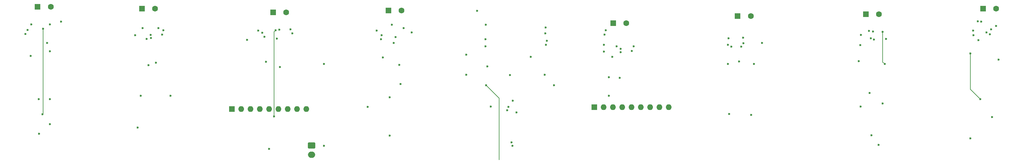
<source format=gbr>
%TF.GenerationSoftware,KiCad,Pcbnew,8.0.8*%
%TF.CreationDate,2025-05-04T20:59:54-05:00*%
%TF.ProjectId,Feedback_sleeve,46656564-6261-4636-9b5f-736c65657665,rev?*%
%TF.SameCoordinates,Original*%
%TF.FileFunction,Copper,L14,Inr*%
%TF.FilePolarity,Positive*%
%FSLAX46Y46*%
G04 Gerber Fmt 4.6, Leading zero omitted, Abs format (unit mm)*
G04 Created by KiCad (PCBNEW 8.0.8) date 2025-05-04 20:59:54*
%MOMM*%
%LPD*%
G01*
G04 APERTURE LIST*
G04 Aperture macros list*
%AMRoundRect*
0 Rectangle with rounded corners*
0 $1 Rounding radius*
0 $2 $3 $4 $5 $6 $7 $8 $9 X,Y pos of 4 corners*
0 Add a 4 corners polygon primitive as box body*
4,1,4,$2,$3,$4,$5,$6,$7,$8,$9,$2,$3,0*
0 Add four circle primitives for the rounded corners*
1,1,$1+$1,$2,$3*
1,1,$1+$1,$4,$5*
1,1,$1+$1,$6,$7*
1,1,$1+$1,$8,$9*
0 Add four rect primitives between the rounded corners*
20,1,$1+$1,$2,$3,$4,$5,0*
20,1,$1+$1,$4,$5,$6,$7,0*
20,1,$1+$1,$6,$7,$8,$9,0*
20,1,$1+$1,$8,$9,$2,$3,0*%
G04 Aperture macros list end*
%TA.AperFunction,ComponentPad*%
%ADD10RoundRect,0.250000X-0.550000X-0.550000X0.550000X-0.550000X0.550000X0.550000X-0.550000X0.550000X0*%
%TD*%
%TA.AperFunction,ComponentPad*%
%ADD11C,1.600000*%
%TD*%
%TA.AperFunction,ComponentPad*%
%ADD12R,1.600000X1.600000*%
%TD*%
%TA.AperFunction,ComponentPad*%
%ADD13O,1.600000X1.600000*%
%TD*%
%TA.AperFunction,ComponentPad*%
%ADD14RoundRect,0.250000X-0.750000X0.600000X-0.750000X-0.600000X0.750000X-0.600000X0.750000X0.600000X0*%
%TD*%
%TA.AperFunction,ComponentPad*%
%ADD15O,2.000000X1.700000*%
%TD*%
%TA.AperFunction,ViaPad*%
%ADD16C,0.600000*%
%TD*%
%TA.AperFunction,Conductor*%
%ADD17C,0.200000*%
%TD*%
G04 APERTURE END LIST*
D10*
%TO.N,Net-(J7-Pin_1)*%
%TO.C,J7*%
X242900000Y-17500000D03*
D11*
%TO.N,Net-(J7-Pin_2)*%
X246500000Y-17500000D03*
%TD*%
D10*
%TO.N,Net-(J8-Pin_1)*%
%TO.C,J8*%
X274900000Y-16000000D03*
D11*
%TO.N,Net-(J8-Pin_2)*%
X278500000Y-16000000D03*
%TD*%
D10*
%TO.N,Net-(J2-Pin_1)*%
%TO.C,J2*%
X45200000Y-16000000D03*
D11*
%TO.N,Net-(J2-Pin_2)*%
X48800000Y-16000000D03*
%TD*%
D10*
%TO.N,Net-(J6-Pin_1)*%
%TO.C,J6*%
X207900000Y-18000000D03*
D11*
%TO.N,Net-(J6-Pin_2)*%
X211500000Y-18000000D03*
%TD*%
D10*
%TO.N,Net-(J3-Pin_1)*%
%TO.C,J3*%
X81000000Y-17000000D03*
D11*
%TO.N,Net-(J3-Pin_2)*%
X84600000Y-17000000D03*
%TD*%
D12*
%TO.N,Net-(RN1-common)*%
%TO.C,RN2*%
X69760000Y-43500000D03*
D13*
%TO.N,Net-(RN2-R1)*%
X72300000Y-43500000D03*
%TO.N,Net-(RN2-R2)*%
X74840000Y-43500000D03*
%TO.N,Net-(RN2-R3)*%
X77380000Y-43500000D03*
%TO.N,Net-(RN2-R4)*%
X79920000Y-43500000D03*
%TO.N,Net-(RN2-R5)*%
X82460000Y-43500000D03*
%TO.N,Net-(RN2-R6)*%
X85000000Y-43500000D03*
%TO.N,Net-(RN2-R7)*%
X87540000Y-43500000D03*
%TO.N,Net-(RN2-R8)*%
X90080000Y-43500000D03*
%TD*%
D14*
%TO.N,Net-(J9-Pin_1)*%
%TO.C,J9*%
X91500000Y-53500000D03*
D15*
%TO.N,Net-(J9-Pin_2)*%
X91500000Y-56000000D03*
%TD*%
D10*
%TO.N,Net-(J4-Pin_1)*%
%TO.C,J4*%
X112500000Y-16500000D03*
D11*
%TO.N,Net-(J4-Pin_2)*%
X116100000Y-16500000D03*
%TD*%
D12*
%TO.N,Net-(RN1-common)*%
%TO.C,RN1*%
X168760000Y-43000000D03*
D13*
%TO.N,Net-(RN1-R1)*%
X171300000Y-43000000D03*
%TO.N,Net-(RN1-R2)*%
X173840000Y-43000000D03*
%TO.N,Net-(RN1-R3)*%
X176380000Y-43000000D03*
%TO.N,Net-(RN1-R4)*%
X178920000Y-43000000D03*
%TO.N,Net-(RN1-R5)*%
X181460000Y-43000000D03*
%TO.N,Net-(RN1-R6)*%
X184000000Y-43000000D03*
%TO.N,Net-(RN1-R7)*%
X186540000Y-43000000D03*
%TO.N,Net-(RN1-R8)*%
X189080000Y-43000000D03*
%TD*%
D10*
%TO.N,Net-(J1-Pin_1)*%
%TO.C,J1*%
X16700000Y-15500000D03*
D11*
%TO.N,Net-(J1-Pin_2)*%
X20300000Y-15500000D03*
%TD*%
D10*
%TO.N,Net-(J5-Pin_1)*%
%TO.C,J5*%
X173900000Y-20000000D03*
D11*
%TO.N,Net-(J5-Pin_2)*%
X177500000Y-20000000D03*
%TD*%
D16*
%TO.N,Net-(U1-GND)*%
X17095500Y-50321100D03*
X171377100Y-27752000D03*
X205594700Y-44905300D03*
X14834800Y-28967500D03*
X179017600Y-27617400D03*
X47589500Y-23225400D03*
X110467800Y-24348000D03*
X172682700Y-34819700D03*
X112842700Y-40329300D03*
X208245400Y-30467500D03*
X50728400Y-23100000D03*
X209432800Y-25440000D03*
X272252400Y-23280900D03*
X171566300Y-23086900D03*
X79067000Y-30518700D03*
X46961400Y-31470500D03*
X244401700Y-50745200D03*
X243947400Y-39076400D03*
X44866000Y-39904100D03*
X17001400Y-40829300D03*
X240951400Y-30411500D03*
X274157400Y-40829300D03*
X78663200Y-23693200D03*
X271418700Y-28282100D03*
X110979400Y-29408200D03*
X155457500Y-21133100D03*
X13395100Y-22941500D03*
X214570700Y-25376200D03*
X245123800Y-24500000D03*
%TO.N,Net-(U2-REG)*%
X274410700Y-19564400D03*
X279125700Y-29974700D03*
%TO.N,Net-(U4-REG)*%
X175674700Y-34923400D03*
%TO.N,Net-(U5-REG)*%
X113469400Y-20366500D03*
X115453800Y-31382200D03*
%TO.N,Net-(U10-REG)*%
X45411400Y-21344600D03*
X49065500Y-30811900D03*
%TO.N,Net-(U6-REG)*%
X15016300Y-20335300D03*
X20090700Y-47685200D03*
%TO.N,Net-(U9-REG)*%
X76938700Y-22008700D03*
X82922700Y-31970500D03*
%TO.N,Net-(U7-REG)*%
X243781600Y-22118400D03*
X246384400Y-53336900D03*
%TO.N,Net-(J1-Pin_1)*%
X19292700Y-25376200D03*
%TO.N,Net-(J1-Pin_2)*%
X23082700Y-19564400D03*
%TO.N,Net-(J2-Pin_2)*%
X51017600Y-21908700D03*
%TO.N,Net-(J2-Pin_1)*%
X47668900Y-24070700D03*
%TO.N,Net-(J3-Pin_2)*%
X85786700Y-21656900D03*
%TO.N,Net-(J3-Pin_1)*%
X86280400Y-22742700D03*
%TO.N,Net-(J4-Pin_1)*%
X114461700Y-23761600D03*
%TO.N,Net-(J4-Pin_2)*%
X118886400Y-22470300D03*
%TO.N,Net-(J5-Pin_2)*%
X179457200Y-26300300D03*
%TO.N,Net-(J5-Pin_1)*%
X175926200Y-27900000D03*
%TO.N,Net-(J6-Pin_1)*%
X208896100Y-26420700D03*
%TO.N,Net-(J7-Pin_1)*%
X248395400Y-24250000D03*
%TO.N,Net-(J7-Pin_2)*%
X244868400Y-22227600D03*
%TO.N,Net-(J8-Pin_1)*%
X276779600Y-23010400D03*
%TO.N,Net-(J8-Pin_2)*%
X277122500Y-21666800D03*
%TO.N,Net-(J9-Pin_1)*%
X145754700Y-34211000D03*
X94890700Y-31188000D03*
%TO.N,Net-(U1-PC01_A1_D1)*%
X173685700Y-29242000D03*
X171845900Y-21950500D03*
X139125100Y-20375000D03*
%TO.N,Net-(U1-PC05_A5_D5_SCL)*%
X139557100Y-31818900D03*
%TO.N,Net-(U1-PA03_A8_D8_SCK)*%
X82011000Y-24176200D03*
%TO.N,Net-(U1-PC00_A0_D0)*%
X273512700Y-19481600D03*
X273612700Y-24641500D03*
X136778700Y-16617400D03*
%TO.N,Net-(U1-PC06_A6_D6_TX)*%
X133786700Y-34093900D03*
X205249400Y-31188000D03*
X206170900Y-26416600D03*
%TO.N,Net-(U1-PC02_A2_D2)*%
X139058900Y-24413400D03*
X113954100Y-25376200D03*
%TO.N,Net-(U1-PA04_A9_D9_MISO)*%
X46445800Y-24270700D03*
X151344000Y-29168400D03*
%TO.N,Net-(U1-PC04_A4_D4_SDA)*%
X133786700Y-28647700D03*
%TO.N,Net-(U1-PC07_A7_D7_RX)*%
X155190200Y-34138800D03*
%TO.N,Net-(U1-PC03_A3_D3)*%
X139058900Y-26342800D03*
X241421900Y-25985700D03*
%TO.N,Net-(RN1-common)*%
X139214400Y-36999800D03*
X247484100Y-22339600D03*
X157739200Y-36999800D03*
X20092300Y-40829300D03*
X20090700Y-27682400D03*
X116668800Y-21334700D03*
X53002700Y-39905700D03*
X115830300Y-36619000D03*
X82695300Y-21708700D03*
X278429300Y-20774000D03*
X20090700Y-20330100D03*
X248039400Y-31188000D03*
X247482700Y-41982700D03*
X212337400Y-31188000D03*
X211578700Y-45078700D03*
X175924200Y-26989200D03*
X49716200Y-21330200D03*
X155381200Y-22754500D03*
X209417200Y-23983900D03*
%TO.N,Net-(RN1-R6)*%
X81279700Y-45523400D03*
X81692800Y-21917300D03*
%TO.N,Net-(RN1-R7)*%
X205374400Y-24104900D03*
%TO.N,Net-(RN1-R2)*%
X18070000Y-44981300D03*
X18194400Y-21458700D03*
%TO.N,Net-(RN1-R8)*%
X205233400Y-25927500D03*
%TO.N,Net-(RN1-R5)*%
X78041100Y-22633100D03*
X79930700Y-54435200D03*
%TO.N,Net-(RN1-R3)*%
X43340400Y-23250000D03*
X44026700Y-48623400D03*
%TO.N,Net-(RN1-R1)*%
X13996600Y-21818200D03*
X145314800Y-42912200D03*
%TO.N,Net-(RN1-R4)*%
X144991400Y-43836400D03*
%TO.N,Net-(RN2-R5)*%
X277402700Y-45717500D03*
X275844500Y-22470700D03*
%TO.N,Net-(RN2-R6)*%
X146389300Y-53624600D03*
X272168000Y-21999100D03*
X94871000Y-53624600D03*
X271418700Y-51529300D03*
%TO.N,Net-(RN2-R7)*%
X155792100Y-24795800D03*
X147504600Y-44475500D03*
X244286900Y-24161600D03*
%TO.N,Net-(RN2-R4)*%
X146160000Y-52645400D03*
X171326500Y-25862500D03*
X155558000Y-25896600D03*
%TO.N,Net-(RN2-R8)*%
X241531400Y-23154400D03*
X241498700Y-42811600D03*
%TO.N,Net-(RN2-R2)*%
X140461900Y-42812200D03*
X106858700Y-42942100D03*
X110618800Y-23261600D03*
%TO.N,Net-(RN2-R3)*%
X172682700Y-39905700D03*
X174878000Y-26284700D03*
X146470800Y-41259900D03*
%TO.N,Net-(RN2-R1)*%
X73946700Y-24529200D03*
X112842700Y-50827800D03*
X109318900Y-22028000D03*
%TD*%
D17*
%TO.N,Net-(U1-GND)*%
X271418700Y-38090600D02*
X274157400Y-40829300D01*
X271418700Y-28282100D02*
X271418700Y-38090600D01*
%TO.N,Net-(RN1-common)*%
X247484100Y-22339600D02*
X247484100Y-30632700D01*
X247484100Y-30632700D02*
X248039400Y-31188000D01*
X139214400Y-36999800D02*
X142762700Y-40548100D01*
X142762700Y-40548100D02*
X142762700Y-57409600D01*
%TO.N,Net-(RN1-R6)*%
X81279700Y-22330400D02*
X81279700Y-45523400D01*
X81692800Y-21917300D02*
X81279700Y-22330400D01*
%TO.N,Net-(RN1-R2)*%
X18194400Y-44856900D02*
X18070000Y-44981300D01*
X18194400Y-21458700D02*
X18194400Y-44856900D01*
%TD*%
M02*

</source>
